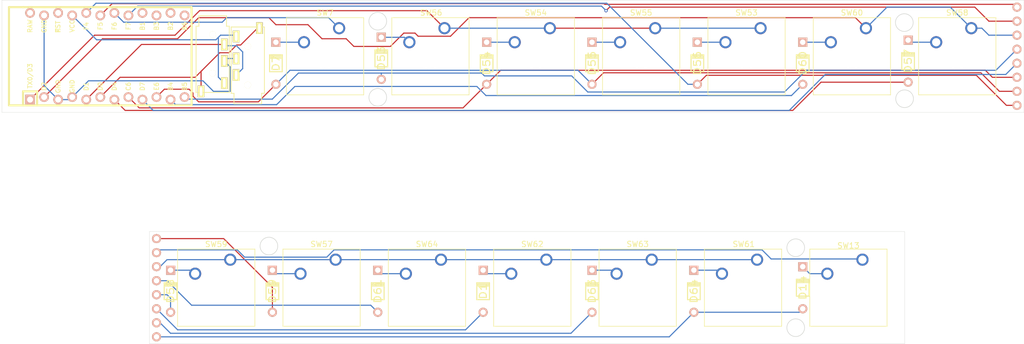
<source format=kicad_pcb>
(kicad_pcb (version 20221018) (generator pcbnew)
  (layers (0 "F.Cu" signal) (31 "B.Cu" signal) (34 "B.Paste" user) (35 "F.Paste" user) (36 "B.SilkS" user "B.Silkscreen") (37 "F.SilkS" user "F.Silkscreen") (38 "B.Mask" user) (39 "F.Mask" user) (44 "Edge.Cuts" user))
  (net 0 "")
  (net 1 "rowD")
  (net 2 "Net-(D1-A)")
  (net 3 "rowF")
  (net 4 "Net-(D7-A)")
  (net 5 "rowH")
  (net 6 "Net-(D14-A)")
  (net 7 "rowB")
  (net 8 "Net-(D53-A)")
  (net 9 "Net-(D54-A)")
  (net 10 "Net-(D55-A)")
  (net 11 "Net-(D56-A)")
  (net 12 "rowC")
  (net 13 "Net-(D57-A)")
  (net 14 "rowE")
  (net 15 "Net-(D58-A)")
  (net 16 "rowG")
  (net 17 "Net-(D59-A)")
  (net 18 "rowA")
  (net 19 "Net-(D60-A)")
  (net 20 "Net-(D61-A)")
  (net 21 "Net-(D63-A)")
  (net 22 "Net-(D64-A)")
  (net 23 "col6")
  (net 24 "col7")
  (net 25 "GND")
  (net 26 "SDA")
  (net 27 "SCL")
  (net 28 "col5")
  (net 29 "col4")
  (net 30 "col3")
  (net 31 "col2")
  (net 32 "col1")
  (net 33 "col0")
  (net 34 "VCC")
  (footprint "Library:ArduinoProMicro-ZigZag" (layer "F.Cu") (at 70.481474 79.375)
    (fp_text reference "U1" hide)
    (fp_text value "ProMicro" hide)
    (fp_text user "B3" (at 8.89 -5.461 90) (layer "F.SilkS") (effects (font (size 0.8 0.8))))
    (fp_text user "VCC" (at -6.35 -5.461 90) (layer "F.SilkS") (effects (font (size 0.8 0.8))))
    (fp_text user "B1" (at 6.35 -5.461 90) (layer "F.SilkS") (effects (font (size 0.8 0.8))))
    (fp_text user "C6" (at 3.81 5.461 90) (layer "F.SilkS") (effects (font (size 0.8 0.8))))
    (fp_text user "B5" (at 13.97 5.461 90) (layer "F.SilkS") (effects (font (size 0.8 0.8))))
    (fp_text user "GND" (at -11.43 -5.461 90) (layer "F.SilkS") (effects (font (size 0.8 0.8))))
    (fp_text user "D4" (at 1.27 5.461 90) (layer "F.SilkS") (effects (font (size 0.8 0.8))))
    (fp_text user "F5" (at -1.27 -5.461 90) (layer "F.SilkS") (effects (font (size 0.8 0.8))))
    (fp_text user "B2" (at 11.43 -5.461 90) (layer "F.SilkS") (effects (font (size 0.8 0.8))))
    (fp_text user "RAW" (at -13.97 -5.461 90) (layer "F.SilkS") (effects (font (size 0.8 0.8))))
    (fp_text user "B6" (at 13.97 -5.461 90) (layer "F.SilkS") (effects (font (size 0.8 0.8))))
    (fp_text user "E6" (at 8.89 5.461 90) (layer "F.SilkS") (effects (font (size 0.8 0.8))))
    (fp_text user "ST" (at -8.92 -5.73312 90) (layer "F.SilkS") (effects (font (size 0.8 0.8))))
    (fp_text user "D0" (at -1.27 5.461 90) (layer "F.SilkS") (effects (font (size 0.8 0.8))))
    (fp_text user "GND" (at -8.89 5.461 90) (layer "F.SilkS") (effects (font (size 0.8 0.8))))
    (fp_text user "B4" (at 11.43 5.461 90) (layer "F.SilkS") (effects (font (size 0.8 0.8))))
    (fp_text user "D1" (at -3.81 5.461 90) (layer "F.SilkS") (effects (font (size 0.8 0.8))))
    (fp_text user "TX0/D3" (at -13.97 3.571872 90) (layer "F.SilkS") (effects (font (size 0.8 0.8))))
    (fp_text user "F7" (at 3.81 -5.461 90) (layer "F.SilkS") (effects (font (size 0.8 0.8))))
    (fp_text user "F4" (at -3.81 -5.461 90) (layer "F.SilkS") (effects (font (size 0.8 0.8))))
    (fp_text user "D2" (at -11.43 5.461 90) (layer "F.SilkS") (effects (font (size 0.8 0.8))))
    (fp_text user "F6" (at 1.27 -5.461 90) (layer "F.SilkS") (effects (font (size 0.8 0.8))))
    (fp_text user "D7" (at 6.35 5.461 90) (layer "F.SilkS") (effects (font (size 0.8 0.8))))
    (fp_text user "GND" (at -6.35 5.461 90) (layer "F.SilkS") (effects (font (size 0.8 0.8))))
    (pad "1" thru_hole rect (at -13.97 7.8486) (size 1.7526 1.7526) (drill 1.0922) (layers "*.Cu" "*.SilkS" "*.Mask") (net 23 "col6"))
    (pad "2" thru_hole circle (at -11.43 7.3914) (size 1.7526 1.7526) (drill 1.0922) (layers "*.Cu" "*.SilkS" "*.Mask") (net 24 "col7"))
    (pad "3" thru_hole circle (at -8.89 7.8486) (size 1.7526 1.7526) (drill 1.0922) (layers "*.Cu" "*.SilkS" "*.Mask") (net 25 "GND"))
    (pad "4" thru_hole circle (at -6.35 7.3914) (size 1.7526 1.7526) (drill 1.0922) (layers "*.Cu" "*.SilkS" "*.Mask") (net 25 "GND"))
    (pad "5" thru_hole circle (at -3.81 7.8486) (size 1.7526 1.7526) (drill 1.0922) (layers "*.Cu" "*.SilkS" "*.Mask") (net 26 "SDA"))
    (pad "6" thru_hole circle (at -1.27 7.3914) (size 1.7526 1.7526) (drill 1.0922) (layers "*.Cu" "*.SilkS" "*.Mask") (net 27 "SCL"))
    (pad "7" thru_hole circle (at 1.27 7.8486) (size 1.7526 1.7526) (drill 1.0922) (layers "*.Cu" "*.SilkS" "*.Mask") (net 12 "rowC"))
    (pad "8" thru_hole circle (at 3.81 7.3914) (size 1.7526 1.7526) (drill 1.0922) (layers "*.Cu" "*.SilkS" "*.Mask") (net 1 "rowD"))
    (pad "9" thru_hole circle (at 6.35 7.8486) (size 1.7526 1.7526) (drill 1.0922) (layers "*.Cu" "*.SilkS" "*.Mask") (net 14 "rowE"))
    (pad "10" thru_hole circle (at 8.89 7.3914) (size 1.7526 1.7526) (drill 1.0922) (layers "*.Cu" "*.SilkS" "*.Mask") (net 3 "rowF"))
    (pad "11" thru_hole circle (at 11.43 7.8486) (size 1.7526 1.7526) (drill 1.0922) (layers "*.Cu" "*.SilkS" "*.Mask") (net 18 "rowA"))
    (pad "12" thru_hole circle (at 13.97 7.3914) (size 1.7526 1.7526) (drill 1.0922) (layers "*.Cu" "*.SilkS" "*.Mask") (net 7 "rowB"))
    (pad "13" thru_hole circle (at 13.97 -7.3914) (size 1.7526 1.7526) (drill 1.0922) (layers "*.Cu" "*.SilkS" "*.Mask") (net 28 "col5"))
    (pad "14" thru_hole circle (at 11.43 -7.8486) (size 1.7526 1.7526) (drill 1.0922) (layers "*.Cu" "*.SilkS" "*.Mask") (net 29 "col4"))
    (pad "15" thru_hole circle (at 8.89 -7.3914) (size 1.7526 1.7526) (drill 1.0922) (layers "*.Cu" "*.SilkS" "*.Mask") (net 30 "col3"))
    (pad "16" thru_hole circle (at 6.35 -7.8486) (size 1.7526 1.7526) (drill 1.0922) (layers "*.Cu" "*.SilkS" "*.Mask") (net 31 "col2"))
    (pad "17" thru_hole circle (at 3.81 -7.3914) (size 1.7526 1.7526) (drill 1.0922) (layers "*.Cu" "*.SilkS" "*.Mask") (net 32 "col1"))
    (pad "18" thru_hole circle (at 1.27 -7.8486) (size 1.7526 1.7526) (drill 1.0922) (layers "*.Cu" "*.SilkS" "*.Mask") (net 33 "col0"))
    (pad "19" thru_hole circle (at -1.27 -7.3914) (size 1.7526 1.7526) (drill 1.0922) (layers "*.Cu" "*.SilkS" "*.Mask") (net 16 "rowG"))
    (pad "20" thru_hole circle (at -3.81 -7.8486) (size 1.7526 1.7526) (drill 1.0922) (layers "*.Cu" "*.SilkS" "*.Mask") (net 5 "rowH"))
    (pad "21" thru_hole circle (at -6.35 -7.3914) (size 1.7526 1.7526) (drill 1.0922) (layers "*.Cu" "*.SilkS" "*.Mask") (net 34 "VCC"))
    (pad "22" thru_hole circle (at -8.89 -7.8486) (size 1.7526 1.7526) (drill 1.0922) (layers "*.Cu" "*.SilkS" "*.Mask"))
    (pad "23" thru_hole circle (at -11.43 -7.3914) (size 1.7526 1.7526) (drill 1.0922) (layers "*.Cu" "*.SilkS" "*.Mask") (net 25 "GND"))
    (pad "24" thru_hole circle (at -13.97 -7.8486) (size 1.7526 1.7526) (drill 1.0922) (layers "*.Cu" "*.SilkS" "*.Mask"))
  )
  (footprint "Button_Switch_Keyboard:SW_Cherry_MX_1.00u_PCB" (layer "F.Cu") (at 187.96 116.205)
    (fp_text reference "SW61" (at -2.413 -2.794) (layer "F.SilkS"))
    (fp_text value "KEYSW")
    (pad "" np_thru_hole circle (at -7.62 5.08) (size 1.7 1.7) (drill 1.7) (layers "*.Cu" "*.Mask"))
    (pad "" np_thru_hole circle (at -2.54 5.08) (size 4 4) (drill 4) (layers "*.Cu" "*.Mask"))
    (pad "" np_thru_hole circle (at 2.54 5.08) (size 1.7 1.7) (drill 1.7) (layers "*.Cu" "*.Mask"))
    (pad "1" thru_hole circle (at 0 0) (size 2.2 2.2) (drill 1.5) (layers "*.Cu" "*.Mask") (net 24 "col7"))
    (pad "2" thru_hole circle (at -6.35 2.54) (size 2.2 2.2) (drill 1.5) (layers "*.Cu" "*.Mask") (net 22 "Net-(D64-A)"))
  )
  (footprint "Library:Diode" (layer "F.Cu") (at 196.211474 80.645 90)
    (fp_text reference "D60" (at 0 0 90) (layer "F.SilkS") (effects (font (size 1.27 1.524) (thickness 0.2032))))
    (fp_text value "D_Small" hide)
    (pad "1" thru_hole circle (at -3.81 0 90) (size 1.651 1.651) (drill 0.9906) (layers "*.Cu" "*.SilkS" "*.Mask") (net 18 "rowA"))
    (pad "2" thru_hole rect (at 3.81 0 90) (size 1.651 1.651) (drill 0.9906) (layers "*.Cu" "*.SilkS" "*.Mask") (net 19 "Net-(D60-A)"))
  )
  (footprint "Library:Diode" (layer "F.Cu") (at 119.38 121.92 90)
    (fp_text reference "D61" (at 0 0 90) (layer "F.SilkS") (effects (font (size 1.27 1.524) (thickness 0.2032))))
    (fp_text value "D_Small" hide)
    (pad "1" thru_hole circle (at -3.81 0 90) (size 1.651 1.651) (drill 0.9906) (layers "*.Cu" "*.SilkS" "*.Mask") (net 7 "rowB"))
    (pad "2" thru_hole rect (at 3.81 0 90) (size 1.651 1.651) (drill 0.9906) (layers "*.Cu" "*.SilkS" "*.Mask") (net 20 "Net-(D61-A)"))
  )
  (footprint "Library:Diode" (layer "F.Cu") (at 138.43 121.92 90)
    (fp_text reference "D1" (at 0 0 90) (layer "F.SilkS") (effects (font (size 1.27 1.524) (thickness 0.2032))))
    (fp_text value "D_Small" hide)
    (pad "1" thru_hole circle (at -3.81 0 90) (size 1.651 1.651) (drill 0.9906) (layers "*.Cu" "*.SilkS" "*.Mask") (net 1 "rowD"))
    (pad "2" thru_hole rect (at 3.81 0 90) (size 1.651 1.651) (drill 0.9906) (layers "*.Cu" "*.SilkS" "*.Mask") (net 2 "Net-(D1-A)"))
  )
  (footprint "" (layer "F.Cu") (at 79.375 125.095)
    (fp_text reference "" (at 0 0) (layer "F.SilkS") (effects (font (size 1.27 1.27))))
    (fp_text value "" (at 0 0) (layer "F.SilkS") (effects (font (size 1.27 1.27))))
    (pad "1" thru_hole circle (at 0 0 90) (size 1.651 1.651) (drill 0.9906) (layers "*.Cu" "*.SilkS" "*.Mask") (net 1 "rowD"))
  )
  (footprint "Library:Diode" (layer "F.Cu") (at 81.915 121.92 90)
    (fp_text reference "D58" (at 0 0 90) (layer "F.SilkS") (effects (font (size 1.27 1.524) (thickness 0.2032))))
    (fp_text value "D_Small" hide)
    (pad "1" thru_hole circle (at -3.81 0 90) (size 1.651 1.651) (drill 0.9906) (layers "*.Cu" "*.SilkS" "*.Mask") (net 14 "rowE"))
    (pad "2" thru_hole rect (at 3.81 0 90) (size 1.651 1.651) (drill 0.9906) (layers "*.Cu" "*.SilkS" "*.Mask") (net 15 "Net-(D58-A)"))
  )
  (footprint "Button_Switch_Keyboard:SW_Cherry_MX_1.00u_PCB" (layer "F.Cu") (at 131.441474 74.295)
    (fp_text reference "SW56" (at -2.413 -2.794) (layer "F.SilkS"))
    (fp_text value "KEYSW")
    (pad "" np_thru_hole circle (at -7.62 5.08) (size 1.7 1.7) (drill 1.7) (layers "*.Cu" "*.Mask"))
    (pad "" np_thru_hole circle (at -2.54 5.08) (size 4 4) (drill 4) (layers "*.Cu" "*.Mask"))
    (pad "" np_thru_hole circle (at 2.54 5.08) (size 1.7 1.7) (drill 1.7) (layers "*.Cu" "*.Mask"))
    (pad "1" thru_hole circle (at 0 0) (size 2.2 2.2) (drill 1.5) (layers "*.Cu" "*.Mask") (net 23 "col6"))
    (pad "2" thru_hole circle (at -6.35 2.54) (size 2.2 2.2) (drill 1.5) (layers "*.Cu" "*.Mask") (net 8 "Net-(D53-A)"))
  )
  (footprint "Button_Switch_Keyboard:SW_Cherry_MX_1.00u_PCB" (layer "F.Cu") (at 150.491474 74.295)
    (fp_text reference "SW54" (at -2.54 -2.794) (layer "F.SilkS"))
    (fp_text value "KEYSW")
    (pad "" np_thru_hole circle (at -7.62 5.08) (size 1.7 1.7) (drill 1.7) (layers "*.Cu" "*.Mask"))
    (pad "" np_thru_hole circle (at -2.54 5.08) (size 4 4) (drill 4) (layers "*.Cu" "*.Mask"))
    (pad "" np_thru_hole circle (at 2.54 5.08) (size 1.7 1.7) (drill 1.7) (layers "*.Cu" "*.Mask"))
    (pad "1" thru_hole circle (at 0 0) (size 2.2 2.2) (drill 1.5) (layers "*.Cu" "*.Mask") (net 23 "col6"))
    (pad "2" thru_hole circle (at -6.35 2.54) (size 2.2 2.2) (drill 1.5) (layers "*.Cu" "*.Mask") (net 9 "Net-(D54-A)"))
  )
  (footprint "Button_Switch_Keyboard:SW_Cherry_MX_1.00u_PCB" (layer "F.Cu") (at 92.71 116.205)
    (fp_text reference "SW59" (at -2.54 -2.794) (layer "F.SilkS"))
    (fp_text value "KEYSW")
    (pad "" np_thru_hole circle (at -7.62 5.08) (size 1.7 1.7) (drill 1.7) (layers "*.Cu" "*.Mask"))
    (pad "" np_thru_hole circle (at -2.54 5.08) (size 4 4) (drill 4) (layers "*.Cu" "*.Mask"))
    (pad "" np_thru_hole circle (at 2.54 5.08) (size 1.7 1.7) (drill 1.7) (layers "*.Cu" "*.Mask"))
    (pad "1" thru_hole circle (at 0 0) (size 2.2 2.2) (drill 1.5) (layers "*.Cu" "*.Mask") (net 24 "col7"))
    (pad "2" thru_hole circle (at -6.35 2.54) (size 2.2 2.2) (drill 1.5) (layers "*.Cu" "*.Mask") (net 15 "Net-(D58-A)"))
  )
  (footprint "Library:Diode" (layer "F.Cu") (at 176.53 121.92 90)
    (fp_text reference "D64" (at 0 0 90) (layer "F.SilkS") (effects (font (size 1.27 1.524) (thickness 0.2032))))
    (fp_text value "D_Small" hide)
    (pad "1" thru_hole circle (at -3.81 0 90) (size 1.651 1.651) (drill 0.9906) (layers "*.Cu" "*.SilkS" "*.Mask") (net 5 "rowH"))
    (pad "2" thru_hole rect (at 3.81 0 90) (size 1.651 1.651) (drill 0.9906) (layers "*.Cu" "*.SilkS" "*.Mask") (net 22 "Net-(D64-A)"))
  )
  (footprint "" (layer "F.Cu") (at 79.375 127.635)
    (fp_text reference "" (at 0 0) (layer "F.SilkS") (effects (font (size 1.27 1.27))))
    (fp_text value "" (at 0 0) (layer "F.SilkS") (effects (font (size 1.27 1.27))))
    (pad "1" thru_hole circle (at 0 0 90) (size 1.651 1.651) (drill 0.9906) (layers "*.Cu" "*.SilkS" "*.Mask") (net 3 "rowF"))
  )
  (footprint "" (layer "F.Cu") (at 79.375 130.175)
    (fp_text reference "" (at 0 0) (layer "F.SilkS") (effects (font (size 1.27 1.27))))
    (fp_text value "" (at 0 0) (layer "F.SilkS") (effects (font (size 1.27 1.27))))
    (pad "1" thru_hole circle (at 0 0 90) (size 1.651 1.651) (drill 0.9906) (layers "*.Cu" "*.SilkS" "*.Mask") (net 5 "rowH"))
  )
  (footprint "Library:Diode" (layer "F.Cu") (at 196.215 121.285 90)
    (fp_text reference "D14" (at 0 0 90) (layer "F.SilkS") (effects (font (size 1.27 1.524) (thickness 0.2032))))
    (fp_text value "D_Small" hide)
    (pad "1" thru_hole circle (at -3.81 0 90) (size 1.651 1.651) (drill 0.9906) (layers "*.Cu" "*.SilkS" "*.Mask") (net 5 "rowH"))
    (pad "2" thru_hole rect (at 3.81 0 90) (size 1.651 1.651) (drill 0.9906) (layers "*.Cu" "*.SilkS" "*.Mask") (net 6 "Net-(D14-A)"))
  )
  (footprint "" (layer "F.Cu") (at 234.946474 85.725)
    (fp_text reference "" (at 0 0) (layer "F.SilkS") (effects (font (size 1.27 1.27))))
    (fp_text value "" (at 0 0) (layer "F.SilkS") (effects (font (size 1.27 1.27))))
    (pad "1" thru_hole circle (at 0 0 90) (size 1.651 1.651) (drill 0.9906) (layers "*.Cu" "*.SilkS" "*.Mask") (net 3 "rowF"))
  )
  (footprint "Library:TRRS" (layer "F.Cu") (at 95.881474 86.0825 180)
    (fp_text reference "J2" hide)
    (fp_text value "4PIN" hide)
    (pad "" np_thru_hole circle (at 0 1.5 180) (size 1.2 1.2) (drill 1.2) (layers "*.Cu" "*.Mask" "F.SilkS"))
    (pad "" np_thru_hole circle (at 0 8.5 180) (size 1.2 1.2) (drill 1.2) (layers "*.Cu" "*.Mask" "F.SilkS"))
    (pad "1" thru_hole rect (at 2.1 10.3 180) (size 1.2 2.1) (drill oval 0.5 1.6) (layers "*.Cu" "*.Mask" "F.SilkS") (net 34 "VCC") (clearance 0.15))
    (pad "2" thru_hole rect (at 2.1 6.3 180) (size 1.2 2.1) (drill oval 0.5 1.6) (layers "*.Cu" "*.Mask" "F.SilkS") (net 25 "GND") (clearance 0.15))
    (pad "3" thru_hole rect (at 2.1 3.3 180) (size 1.2 2.1) (drill oval 0.5 1.6) (layers "*.Cu" "*.Mask" "F.SilkS") (net 26 "SDA") (clearance 0.15))
    (pad "4" thru_hole rect (at -2.1 11.8 180) (size 1.2 2.1) (drill oval 0.5 1.6) (layers "*.Cu" "*.Mask" "F.SilkS") (net 27 "SCL") (clearance 0.15))
  )
  (footprint "Button_Switch_Keyboard:SW_Cherry_MX_1.00u_PCB" (layer "F.Cu") (at 207.641474 74.295)
    (fp_text reference "SW60" (at -2.54 -2.794) (layer "F.SilkS"))
    (fp_text value "KEYSW")
    (pad "" np_thru_hole circle (at -7.62 5.08) (size 1.7 1.7) (drill 1.7) (layers "*.Cu" "*.Mask"))
    (pad "" np_thru_hole circle (at -2.54 5.08) (size 4 4) (drill 4) (layers "*.Cu" "*.Mask"))
    (pad "" np_thru_hole circle (at 2.54 5.08) (size 1.7 1.7) (drill 1.7) (layers "*.Cu" "*.Mask"))
    (pad "1" thru_hole circle (at 0 0) (size 2.2 2.2) (drill 1.5) (layers "*.Cu" "*.Mask") (net 24 "col7"))
    (pad "2" thru_hole circle (at -6.35 2.54) (size 2.2 2.2) (drill 1.5) (layers "*.Cu" "*.Mask") (net 19 "Net-(D60-A)"))
  )
  (footprint "" (layer "F.Cu") (at 79.375 117.475)
    (fp_text reference "" (at 0 0) (layer "F.SilkS") (effects (font (size 1.27 1.27))))
    (fp_text value "" (at 0 0) (layer "F.SilkS") (effects (font (size 1.27 1.27))))
    (pad "1" thru_hole circle (at 0 0 90) (size 1.651 1.651) (drill 0.9906) (layers "*.Cu" "*.SilkS" "*.Mask") (net 24 "col7"))
  )
  (footprint "Button_Switch_Keyboard:SW_Cherry_MX_1.00u_PCB" (layer "F.Cu") (at 188.591474 74.295)
    (fp_text reference "SW53" (at -2.54 -2.794) (layer "F.SilkS"))
    (fp_text value "KEYSW")
    (pad "" np_thru_hole circle (at -7.62 5.08) (size 1.7 1.7) (drill 1.7) (layers "*.Cu" "*.Mask"))
    (pad "" np_thru_hole circle (at -2.54 5.08) (size 4 4) (drill 4) (layers "*.Cu" "*.Mask"))
    (pad "" np_thru_hole circle (at 2.54 5.08) (size 1.7 1.7) (drill 1.7) (layers "*.Cu" "*.Mask"))
    (pad "1" thru_hole circle (at 0 0) (size 2.2 2.2) (drill 1.5) (layers "*.Cu" "*.Mask") (net 23 "col6"))
    (pad "2" thru_hole circle (at -6.35 2.54) (size 2.2 2.2) (drill 1.5) (layers "*.Cu" "*.Mask") (net 11 "Net-(D56-A)"))
  )
  (footprint "" (layer "F.Cu") (at 234.946474 70.485)
    (fp_text reference "" (at 0 0) (layer "F.SilkS") (effects (font (size 1.27 1.27))))
    (fp_text value "" (at 0 0) (layer "F.SilkS") (effects (font (size 1.27 1.27))))
    (pad "1" thru_hole circle (at 0 0 90) (size 1.651 1.651) (drill 0.9906) (layers "*.Cu" "*.SilkS" "*.Mask") (net 16 "rowG"))
  )
  (footprint "" (layer "F.Cu") (at 79.375 112.395)
    (fp_text reference "" (at 0 0) (layer "F.SilkS") (effects (font (size 1.27 1.27))))
    (fp_text value "" (at 0 0) (layer "F.SilkS") (effects (font (size 1.27 1.27))))
    (pad "1" thru_hole circle (at 0 0 90) (size 1.651 1.651) (drill 0.9906) (layers "*.Cu" "*.SilkS" "*.Mask") (net 16 "rowG"))
  )
  (footprint "Button_Switch_Keyboard:SW_Cherry_MX_1.00u_PCB" (layer "F.Cu") (at 207.01 116.205)
    (fp_text reference "SW13" (at -2.54 -2.54) (layer "F.SilkS"))
    (fp_text value "KEYSW")
    (pad "" np_thru_hole circle (at -7.62 5.08) (size 1.7 1.7) (drill 1.7) (layers "*.Cu" "*.Mask"))
    (pad "" np_thru_hole circle (at -2.54 5.08) (size 4 4) (drill 4) (layers "*.Cu" "*.Mask"))
    (pad "" np_thru_hole circle (at 2.54 5.08) (size 1.7 1.7) (drill 1.7) (layers "*.Cu" "*.Mask"))
    (pad "1" thru_hole circle (at 0 0) (size 2.2 2.2) (drill 1.5) (layers "*.Cu" "*.Mask") (net 32 "col1"))
    (pad "2" thru_hole circle (at -6.35 2.54) (size 2.2 2.2) (drill 1.5) (layers "*.Cu" "*.Mask") (net 6 "Net-(D14-A)"))
  )
  (footprint "Library:Diode" (layer "F.Cu") (at 158.111474 80.645 90)
    (fp_text reference "D55" (at 0 0 90) (layer "F.SilkS") (effects (font (size 1.27 1.524) (thickness 0.2032))))
    (fp_text value "D_Small" hide)
    (pad "1" thru_hole circle (at -3.81 0 90) (size 1.651 1.651) (drill 0.9906) (layers "*.Cu" "*.SilkS" "*.Mask") (net 3 "rowF"))
    (pad "2" thru_hole rect (at 3.81 0 90) (size 1.651 1.651) (drill 0.9906) (layers "*.Cu" "*.SilkS" "*.Mask") (net 10 "Net-(D55-A)"))
  )
  (footprint "Button_Switch_Keyboard:SW_Cherry_MX_1.00u_PCB" (layer "F.Cu") (at 226.691474 74.295)
    (fp_text reference "SW58" (at -2.54 -2.794) (layer "F.SilkS"))
    (fp_text value "KEYSW")
    (pad "" np_thru_hole circle (at -7.62 5.08) (size 1.7 1.7) (drill 1.7) (layers "*.Cu" "*.Mask"))
    (pad "" np_thru_hole circle (at -2.54 5.08) (size 4 4) (drill 4) (layers "*.Cu" "*.Mask"))
    (pad "" np_thru_hole circle (at 2.54 5.08) (size 1.7 1.7) (drill 1.7) (layers "*.Cu" "*.Mask"))
    (pad "1" thru_hole circle (at 0 0) (size 2.2 2.2) (drill 1.5) (layers "*.Cu" "*.Mask") (net 24 "col7"))
    (pad "2" thru_hole circle (at -6.35 2.54) (size 2.2 2.2) (drill 1.5) (layers "*.Cu" "*.Mask") (net 13 "Net-(D57-A)"))
  )
  (footprint "Library:Diode" (layer "F.Cu") (at 120.015 79.756 90)
    (fp_text reference "D53" (at 0 0 90) (layer "F.SilkS") (effects (font (size 1.27 1.524) (thickness 0.2032))))
    (fp_text value "D_Small" hide)
    (pad "1" thru_hole circle (at -3.81 0 90) (size 1.651 1.651) (drill 0.9906) (layers "*.Cu" "*.SilkS" "*.Mask") (net 7 "rowB"))
    (pad "2" thru_hole rect (at 3.81 0 90) (size 1.651 1.651) (drill 0.9906) (layers "*.Cu" "*.SilkS" "*.Mask") (net 8 "Net-(D53-A)"))
  )
  (footprint "Library:TRRS" (layer "F.Cu") (at 89.531474 73.9375)
    (fp_text reference "J2" hide)
    (fp_text value "4PIN" hide)
    (pad "" np_thru_hole circle (at 0 1.5) (size 1.2 1.2) (drill 1.2) (layers "*.Cu" "*.Mask" "F.SilkS"))
    (pad "" np_thru_hole circle (at 0 8.5) (size 1.2 1.2) (drill 1.2) (layers "*.Cu" "*.Mask" "F.SilkS"))
    (pad "1" thru_hole rect (at 2.1 10.3) (size 1.2 2.1) (drill oval 0.5 1.6) (layers "*.Cu" "*.Mask" "F.SilkS") (net 34 "VCC") (clearance 0.15))
    (pad "2" thru_hole rect (at 2.1 6.3) (size 1.2 2.1) (drill oval 0.5 1.6) (layers "*.Cu" "*.Mask" "F.SilkS") (net 25 "GND") (clearance 0.15))
    (pad "3" thru_hole rect (at 2.1 3.3) (size 1.2 2.1) (drill oval 0.5 1.6) (layers "*.Cu" "*.Mask" "F.SilkS") (net 26 "SDA") (clearance 0.15))
    (pad "4" thru_hole rect (at -2.1 11.8) (size 1.2 2.1) (drill oval 0.5 1.6) (layers "*.Cu" "*.Mask" "F.SilkS") (net 27 "SCL") (clearance 0.15))
  )
  (footprint "" (layer "F.Cu") (at 234.946474 73.025)
    (fp_text reference "" (at 0 0) (layer "F.SilkS") (effects (font (size 1.27 1.27))))
    (fp_text value "" (at 0 0) (layer "F.SilkS") (effects (font (size 1.27 1.27))))
    (pad "1" thru_hole circle (at 0 0 90) (size 1.651 1.651) (drill 0.9906) (layers "*.Cu" "*.SilkS" "*.Mask") (net 32 "col1"))
  )
  (footprint "" (layer "F.Cu") (at 234.946474 78.105)
    (fp_text reference "" (at 0 0) (layer "F.SilkS") (effects (font (size 1.27 1.27))))
    (fp_text value "" (at 0 0) (layer "F.SilkS") (effects (font (size 1.27 1.27))))
    (pad "1" thru_hole circle (at 0 0 90) (size 1.651 1.651) (drill 0.9906) (layers "*.Cu" "*.SilkS" "*.Mask") (net 7 "rowB"))
  )
  (footprint "Library:Diode" (layer "F.Cu") (at 177.161474 80.645 90)
    (fp_text reference "D56" (at 0 0 90) (layer "F.SilkS") (effects (font (size 1.27 1.524) (thickness 0.2032))))
    (fp_text value "D_Small" hide)
    (pad "1" thru_hole circle (at -3.81 0 90) (size 1.651 1.651) (drill 0.9906) (layers "*.Cu" "*.SilkS" "*.Mask") (net 5 "rowH"))
    (pad "2" thru_hole rect (at 3.81 0 90) (size 1.651 1.651) (drill 0.9906) (layers "*.Cu" "*.SilkS" "*.Mask") (net 11 "Net-(D56-A)"))
  )
  (footprint "" (layer "F.Cu") (at 79.375 120.015)
    (fp_text reference "" (at 0 0) (layer "F.SilkS") (effects (font (size 1.27 1.27))))
    (fp_text value "" (at 0 0) (layer "F.SilkS") (effects (font (size 1.27 1.27))))
    (pad "1" thru_hole circle (at 0 0 90) (size 1.651 1.651) (drill 0.9906) (layers "*.Cu" "*.SilkS" "*.Mask") (net 7 "rowB"))
  )
  (footprint "Button_Switch_Keyboard:SW_Cherry_MX_1.00u_PCB" (layer "F.Cu") (at 112.391474 74.295)
    (fp_text reference "SW7" (at -2.54 -2.794) (layer "F.SilkS"))
    (fp_text value "KEYSW")
    (pad "" np_thru_hole circle (at -7.62 5.08) (size 1.7 1.7) (drill 1.7) (layers "*.Cu" "*.Mask"))
    (pad "" np_thru_hole circle (at -2.54 5.08) (size 4 4) (drill 4) (layers "*.Cu" "*.Mask"))
    (pad "" np_thru_hole circle (at 2.54 5.08) (size 1.7 1.7) (drill 1.7) (layers "*.Cu" "*.Mask"))
    (pad "1" thru_hole circle (at 0 0) (size 2.2 2.2) (drill 1.5) (layers "*.Cu" "*.Mask") (net 33 "col0"))
    (pad "2" thru_hole circle (at -6.35 2.54) (size 2.2 2.2) (drill 1.5) (layers "*.Cu" "*.Mask") (net 4 "Net-(D7-A)"))
  )
  (footprint "Library:Diode" (layer "F.Cu") (at 139.061474 80.645 90)
    (fp_text reference "D54" (at 0 0 90) (layer "F.SilkS") (effects (font (size 1.27 1.524) (thickness 0.2032))))
    (fp_text value "D_Small" hide)
    (pad "1" thru_hole circle (at -3.81 0 90) (size 1.651 1.651) (drill 0.9906) (layers "*.Cu" "*.SilkS" "*.Mask") (net 1 "rowD"))
    (pad "2" thru_hole rect (at 3.81 0 90) (size 1.651 1.651) (drill 0.9906) (layers "*.Cu" "*.SilkS" "*.Mask") (net 9 "Net-(D54-A)"))
  )
  (footprint "" (layer "F.Cu") (at 234.946474 80.645)
    (fp_text reference "" (at 0 0) (layer "F.SilkS") (effects (font (size 1.27 1.27))))
    (fp_text value "" (at 0 0) (layer "F.SilkS") (effects (font (size 1.27 1.27))))
    (pad "1" thru_hole circle (at 0 0 90) (size 1.651 1.651) (drill 0.9906) (layers "*.Cu" "*.SilkS" "*.Mask") (net 14 "rowE"))
  )
  (footprint "Library:Diode" (layer "F.Cu") (at 100.33 121.92 90)
    (fp_text reference "D59" (at 0 0 90) (layer "F.SilkS") (effects (font (size 1.27 1.524) (thickness 0.2032))))
    (fp_text value "D_Small" hide)
    (pad "1" thru_hole circle (at -3.81 0 90) (size 1.651 1.651) (drill 0.9906) (layers "*.Cu" "*.SilkS" "*.Mask") (net 16 "rowG"))
    (pad "2" thru_hole rect (at 3.81 0 90) (size 1.651 1.651) (drill 0.9906) (layers "*.Cu" "*.SilkS" "*.Mask") (net 17 "Net-(D59-A)"))
  )
  (footprint "" (layer "F.Cu") (at 79.375 114.935)
    (fp_text reference "" (at 0 0) (layer "F.SilkS") (effects (font (size 1.27 1.27))))
    (fp_text value "" (at 0 0) (layer "F.SilkS") (effects (font (size 1.27 1.27))))
    (pad "1" thru_hole circle (at 0 0 90) (size 1.651 1.651) (drill 0.9906) (layers "*.Cu" "*.SilkS" "*.Mask") (net 32 "col1"))
  )
  (footprint "Button_Switch_Keyboard:SW_Cherry_MX_1.00u_PCB" (layer "F.Cu") (at 169.541474 74.295)
    (fp_text reference "SW55" (at -2.54 -2.794) (layer "F.SilkS"))
    (fp_text value "KEYSW")
    (pad "" np_thru_hole circle (at -7.62 5.08) (size 1.7 1.7) (drill 1.7) (layers "*.Cu" "*.Mask"))
    (pad "" np_thru_hole circle (at -2.54 5.08) (size 4 4) (drill 4) (layers "*.Cu" "*.Mask"))
    (pad "" np_thru_hole circle (at 2.54 5.08) (size 1.7 1.7) (drill 1.7) (layers "*.Cu" "*.Mask"))
    (pad "1" thru_hole circle (at 0 0) (size 2.2 2.2) (drill 1.5) (layers "*.Cu" "*.Mask") (net 23 "col6"))
    (pad "2" thru_hole circle (at -6.35 2.54) (size 2.2 2.2) (drill 1.5) (layers "*.Cu" "*.Mask") (net 10 "Net-(D55-A)"))
  )
  (footprint "" (layer "F.Cu") (at 234.946474 83.185)
    (fp_text reference "" (at 0 0) (layer "F.SilkS") (effects (font (size 1.27 1.27))))
    (fp_text value "" (at 0 0) (layer "F.SilkS") (effects (font (size 1.27 1.27))))
    (pad "1" thru_hole circle (at 0 0 90) (size 1.651 1.651) (drill 0.9906) (layers "*.Cu" "*.SilkS" "*.Mask") (net 1 "rowD"))
  )
  (footprint "Button_Switch_Keyboard:SW_Cherry_MX_1.00u_PCB" (layer "F.Cu") (at 149.86 116.205)
    (fp_text reference "SW62" (at -2.54 -2.794) (layer "F.SilkS"))
    (fp_text value "KEYSW")
    (pad "" np_thru_hole circle (at -7.62 5.08) (size 1.7 1.7) (drill 1.7) (layers "*.Cu" "*.Mask"))
    (pad "" np_thru_hole circle (at -2.54 5.08) (size 4 4) (drill 4) (layers "*.Cu" "*.Mask"))
    (pad "" np_thru_hole circle (at 2.54 5.08) (size 1.7 1.7) (drill 1.7) (layers "*.Cu" "*.Mask"))
    (pad "1" thru_hole circle (at 0 0) (size 2.2 2.2) (drill 1.5) (layers "*.Cu" "*.Mask") (net 24 "col7"))
    (pad "2" thru_hole circle (at -6.35 2.54) (size 2.2 2.2) (drill 1.5) (layers "*.Cu" "*.Mask") (net 2 "Net-(D1-A)"))
  )
  (footprint "Library:Diode" (layer "F.Cu") (at 158.115 121.92 90)
    (fp_text reference "D63" (at 0 0 90) (layer "F.SilkS") (effects (font (size 1.27 1.524) (thickness 0.2032))))
    (fp_text value "D_Small" hide)
    (pad "1" thru_hole circle (at -3.81 0 90) (size 1.651 1.651) (drill 0.9906) (layers "*.Cu" "*.SilkS" "*.Mask") (net 3 "rowF"))
    (pad "2" thru_hole rect (at 3.81 0 90) (size 1.651 1.651) (drill 0.9906) (layers "*.Cu" "*.SilkS" "*.Mask") (net 21 "Net-(D63-A)"))
  )
  (footprint "" (layer "F.Cu") (at 79.375 122.555)
    (fp_text reference "" (at 0 0) (layer "F.SilkS") (effects (font (size 1.27 1.27))))
    (fp_text value "" (at 0 0) (layer "F.SilkS") (effects (font (size 1.27 1.27))))
    (pad "1" thru_hole circle (at 0 0 90) (size 1.651 1.651) (drill 0.9906) (layers "*.Cu" "*.SilkS" "*.Mask") (net 14 "rowE"))
  )
  (footprint "Library:Diode" (layer "F.Cu") (at 100.961474 80.645 90)
    (fp_text reference "D7" (at 0 0 90) (layer "F.SilkS") (effects (font (size 1.27 1.524) (thickness 0.2032))))
    (fp_text value "D_Small" hide)
    (pad "1" thru_hole circle (at -3.81 0 90) (size 1.651 1.651) (drill 0.9906) (layers "*.Cu" "*.SilkS" "*.Mask") (net 3 "rowF"))
    (pad "2" thru_hole rect (at 3.81 0 90) (size 1.651 1.651) (drill 0.9906) (layers "*.Cu" "*.SilkS" "*.Mask") (net 4 "Net-(D7-A)"))
  )
  (footprint "Button_Switch_Keyboard:SW_Cherry_MX_1.00u_PCB" (layer "F.Cu") (at 111.76 116.205)
    (fp_text reference "SW57" (at -2.54 -2.794) (layer "F.SilkS"))
    (fp_text value "KEYSW")
    (pad "" np_thru_hole circle (at -7.62 5.08) (size 1.7 1.7) (drill 1.7) (layers "*.Cu" "*.Mask"))
    (pad "" np_thru_hole circle (at -2.54 5.08) (size 4 4) (drill 4) (layers "*.Cu" "*.Mask"))
    (pad "" np_thru_hole circle (at 2.54 5.08) (size 1.7 1.7) (drill 1.7) (layers "*.Cu" "*.Mask"))
    (pad "1" thru_hole circle (at 0 0) (size 2.2 2.2) (drill 1.5) (layers "*.Cu" "*.Mask") (net 24 "col7"))
    (pad "2" thru_hole circle (at -6.35 2.54) (size 2.2 2.2) (drill 1.5) (layers "*.Cu" "*.Mask") (net 17 "Net-(D59-A)"))
  )
  (footprint "" (layer "F.Cu") (at 234.946474 88.265)
    (fp_text reference "" (at 0 0) (layer "F.SilkS") (effects (font (size 1.27 1.27))))
    (fp_text value "" (at 0 0) (layer "F.SilkS") (effects (font (size 1.27 1.27))))
    (pad "1" thru_hole circle (at 0 0 90) (size 1.651 1.651) (drill 0.9906) (layers "*.Cu" "*.SilkS" "*.Mask") (net 5 "rowH"))
  )
  (footprint "Library:Diode" (layer "F.Cu") (at 215.261474 80.264 90)
    (fp_text reference "D57" (at 0 0 90) (layer "F.SilkS") (effects (font (size 1.27 1.524) (thickness 0.2032))))
    (fp_text value "D_Small" hide)
    (pad "1" thru_hole circle (at -3.81 0 90) (size 1.651 1.651) (drill 0.9906) (layers "*.Cu" "*.SilkS" "*.Mask") (net 12 "rowC"))
    (pad "2" thru_hole rect (at 3.81 0 90) (size 1.651 1.651) (drill 0.9906) (layers "*.Cu" "*.SilkS" "*.Mask") (net 13 "Net-(D57-A)"))
  )
  (footprint "Button_Switch_Keyboard:SW_Cherry_MX_1.00u_PCB" (layer "F.Cu") (at 168.91 116.205)
    (fp_text reference "SW63" (at -2.54 -2.794) (layer "F.SilkS"))
    (fp_text value "KEYSW")
    (pad "" np_thru_hole circle (at -7.62 5.08) (size 1.7 1.7) (drill 1.7) (layers "*.Cu" "*.Mask"))
    (pad "" np_thru_hole circle (at -2.54 5.08) (size 4 4) (drill 4) (layers "*.Cu" "*.Mask"))
    (pad "" np_thru_hole circle (at 2.54 5.08) (size 1.7 1.7) (drill 1.7) (layers "*.Cu" "*.Mask"))
    (pad "1" thru_hole circle (at 0 0) (size 2.2 2.2) (drill 1.5) (layers "*.Cu" "*.Mask") (net 24 "col7"))
    (pad "2" thru_hole circle (at -6.35 2.54) (size 2.2 2.2) (drill 1.5) (layers "*.Cu" "*.Mask") (net 21 "Net-(D63-A)"))
  )
  (footprint "Button_Switch_Keyboard:SW_Cherry_MX_1.00u_PCB" (layer "F.Cu") (at 130.81 116.205)
    (fp_text reference "SW64" (at -2.54 -2.794) (layer "F.SilkS"))
    (fp_text value "KEYSW")
    (pad "" np_thru_hole circle (at -7.62 5.08) (size 1.7 1.7) (drill 1.7) (layers "*.Cu" "*.Mask"))
    (pad "" np_thru_hole circle (at -2.54 5.08) (size 4 4) (drill 4) (layers "*.Cu" "*.Mask"))
    (pad "" np_thru_hole circle (at 2.54 5.08) (size 1.7 1.7) (drill 1.7) (layers "*.Cu" "*.Mask"))
    (pad "1" thru_hole circle (at 0 0) (size 2.2 2.2) (drill 1.5) (layers "*.Cu" "*.Mask") (net 24 "col7"))
    (pad "2" thru_hole circle (at -6.35 2.54) (size 2.2 2.2) (drill 1.5) (layers "*.Cu" "*.Mask") (net 20 "Net-(D61-A)"))
  )
  (footprint "" (layer "F.Cu") (at 234.946474 75.565)
    (fp_text reference "" (at 0 0) (layer "F.SilkS") (effects (font (size 1.27 1.27))))
    (fp_text value "" (at 0 0) (layer "F.SilkS") (effects (font (size 1.27 1.27))))
    (pad "1" thru_hole circle (at 0 0 90) (size 1.651 1.651) (drill 0.9906) (layers "*.Cu" "*.SilkS" "*.Mask") (net 24 "col7"))
  )
  (gr_circle (center 214.63 87.071) (end 216.23 87.071) (stroke (width 0.1)) (fill none) (layer "Edge.Cuts"))
  (gr_line (start 214.63 111.125) (end 214.63 131.445) (stroke (width 0.05)) (layer "Edge.Cuts"))
  (gr_line (start 236.216474 89.535) (end 236.216474 69.215) (stroke (width 0.05)) (layer "Edge.Cuts"))
  (gr_line (start 51.431474 89.535) (end 236.216474 89.535) (stroke (width 0.05)) (layer "Edge.Cuts"))
  (gr_circle (center 214.579 73.279) (end 216.179 73.279) (stroke (width 0.1)) (fill none) (layer "Edge.Cuts"))
  (gr_circle (center 119.38 73.025) (end 120.98 73.025) (stroke (width 0.1)) (fill none) (layer "Edge.Cuts"))
  (gr_line (start 78.105 111.125) (end 214.63 111.125) (stroke (width 0.05)) (layer "Edge.Cuts"))
  (gr_circle (center 194.945 114.046) (end 196.545 114.046) (stroke (width 0.1)) (fill none) (layer "Edge.Cuts"))
  (gr_line (start 214.63 131.445) (end 78.105 131.445) (stroke (width 0.05)) (layer "Edge.Cuts"))
  (gr_line (start 236.216474 69.215) (end 51.431474 69.215) (stroke (width 0.05)) (layer "Edge.Cuts"))
  (gr_circle (center 194.945 128.524) (end 196.545 128.524) (stroke (width 0.1)) (fill none) (layer "Edge.Cuts"))
  (gr_circle (center 99.695 113.741) (end 101.295 113.741) (stroke (width 0.1)) (fill none) (layer "Edge.Cuts"))
  (gr_circle (center 119.38 86.817) (end 120.98 86.817) (stroke (width 0.1)) (fill none) (layer "Edge.Cuts"))
  (gr_line (start 78.105 111.125) (end 78.105 131.445) (stroke (width 0.05)) (layer "Edge.Cuts"))
  (gr_line (start 51.431474 69.215) (end 51.431474 89.535) (stroke (width 0.05)) (layer "Edge.Cuts"))
  (segment (start 229.231474 81.915) (end 230.501474 83.185) (width 0.2) (layer "F.Cu") (net 1))
  (segment (start 74.291474 86.7664) (end 76.252074 88.727) (width 0.2) (layer "F.Cu") (net 1))
  (segment (start 230.501474 83.185) (end 234.946474 83.185) (width 0.2) (layer "F.Cu") (net 1))
  (segment (start 76.252074 88.727) (end 134.789474 88.727) (width 0.2) (layer "F.Cu") (net 1))
  (segment (start 134.789474 88.727) (end 139.061474 84.455) (width 0.2) (layer "F.Cu") (net 1))
  (segment (start 141.601474 81.915) (end 229.231474 81.915) (width 0.2) (layer "F.Cu") (net 1))
  (segment (start 139.061474 84.455) (end 141.601474 81.915) (width 0.2) (layer "F.Cu") (net 1))
  (segment (start 138.43 125.73) (end 135.255 128.905) (width 0.2) (layer "B.Cu") (net 1))
  (segment (start 135.255 128.905) (end 83.185 128.905) (width 0.2) (layer "B.Cu") (net 1))
  (segment (start 83.185 128.905) (end 79.375 125.095) (width 0.2) (layer "B.Cu") (net 1))
  (segment (start 143.51 118.745) (end 139.065 118.745) (width 0.2) (layer "B.Cu") (net 2))
  (segment (start 139.065 118.745) (end 138.43 118.11) (width 0.2) (layer "B.Cu") (net 2))
  (segment (start 85.973749 86.612275) (end 85.973749 86.050776) (width 0.2) (layer "F.Cu") (net 3))
  (segment (start 231.771474 85.725) (end 234.946474 85.725) (width 0.2) (layer "F.Cu") (net 3))
  (segment (start 85.266973 85.344) (end 80.793874 85.344) (width 0.2) (layer "F.Cu") (net 3))
  (segment (start 160.197474 82.369) (end 228.415474 82.369) (width 0.2) (layer "F.Cu") (net 3))
  (segment (start 85.973749 86.050776) (end 85.266973 85.344) (width 0.2) (layer "F.Cu") (net 3))
  (segment (start 158.111474 84.455) (end 160.197474 82.369) (width 0.2) (layer "F.Cu") (net 3))
  (segment (start 228.415474 82.369) (end 231.771474 85.725) (width 0.2) (layer "F.Cu") (net 3))
  (segment (start 100.961474 84.455) (end 97.786474 87.63) (width 0.2) (layer "F.Cu") (net 3))
  (segment (start 86.991474 87.63) (end 85.973749 86.612275) (width 0.2) (layer "F.Cu") (net 3))
  (segment (start 80.793874 85.344) (end 79.371474 86.7664) (width 0.2) (layer "F.Cu") (net 3))
  (segment (start 97.786474 87.63) (end 86.991474 87.63) (width 0.2) (layer "F.Cu") (net 3))
  (segment (start 80.01 127.635) (end 79.375 127.635) (width 0.2) (layer "B.Cu") (net 3))
  (segment (start 81.915 129.54) (end 80.01 127.635) (width 0.2) (layer "B.Cu") (net 3))
  (segment (start 155.571474 81.915) (end 158.111474 84.455) (width 0.2) (layer "B.Cu") (net 3))
  (segment (start 100.961474 84.455) (end 103.501474 81.915) (width 0.2) (layer "B.Cu") (net 3))
  (segment (start 158.115 125.73) (end 154.305 129.54) (width 0.2) (layer "B.Cu") (net 3))
  (segment (start 103.501474 81.915) (end 155.571474 81.915) (width 0.2) (layer "B.Cu") (net 3))
  (segment (start 154.305 129.54) (end 81.915 129.54) (width 0.2) (layer "B.Cu") (net 3))
  (segment (start 106.041474 76.835) (end 100.961474 76.835) (width 0.2) (layer "B.Cu") (net 4))
  (segment (start 233.041474 88.265) (end 234.946474 88.265) (width 0.2) (layer "F.Cu") (net 5))
  (segment (start 177.161474 84.455) (end 178.793474 82.823) (width 0.2) (layer "F.Cu") (net 5))
  (segment (start 227.599474 82.823) (end 233.041474 88.265) (width 0.2) (layer "F.Cu") (net 5))
  (segment (start 178.793474 82.823) (end 227.599474 82.823) (width 0.2) (layer "F.Cu") (net 5))
  (segment (start 175.458761 84.455) (end 160.779562 69.775801) (width 0.2) (layer "B.Cu") (net 5))
  (segment (start 68.422073 69.775801) (end 66.671474 71.5264) (width 0.2) (layer "B.Cu") (net 5))
  (segment (start 172.085 130.175) (end 79.375 130.175) (width 0.2) (layer "B.Cu") (net 5))
  (segment (start 176.53 125.73) (end 172.085 130.175) (width 0.2) (layer "B.Cu") (net 5))
  (segment (start 177.161474 84.455) (end 175.458761 84.455) (width 0.2) (layer "B.Cu") (net 5))
  (segment (start 176.53 125.73) (end 195.58 125.73) (width 0.2) (layer "B.Cu") (net 5))
  (segment (start 160.779562 69.775801) (end 68.422073 69.775801) (width 0.2) (layer "B.Cu") (net 5))
  (segment (start 195.58 125.73) (end 196.215 125.095) (width 0.2) (layer "B.Cu") (net 5))
  (segment (start 197.485 118.745) (end 196.215 117.475) (width 0.2) (layer "B.Cu") (net 6))
  (segment (start 200.66 118.745) (end 197.485 118.745) (width 0.2) (layer "B.Cu") (net 6))
  (segment (start 120.015 82.423) (end 138.155409 82.423) (width 0.2) (layer "B.Cu") (net 7))
  (segment (start 154.432 82.931) (end 157.353 85.852) (width 0.2) (layer "B.Cu") (net 7))
  (segment (start 84.451474 86.7664) (end 84.826574 87.1415) (width 0.2) (layer "B.Cu") (net 7))
  (segment (start 231.136474 81.915) (end 234.946474 78.105) (width 0.2) (layer "B.Cu") (net 7))
  (segment (start 120.015 82.423) (end 120.015 83.566) (width 0.2) (layer "B.Cu") (net 7))
  (segment (start 138.155409 82.423) (end 138.663409 82.931) (width 0.2) (layer "B.Cu") (net 7))
  (segment (start 118.11 124.46) (end 85.725 124.46) (width 0.2) (layer "B.Cu") (net 7))
  (segment (start 81.28 120.015) (end 79.375 120.015) (width 0.2) (layer "B.Cu") (net 7))
  (segment (start 84.826574 87.1415) (end 100.3105 87.1415) (width 0.2) (layer "B.Cu") (net 7))
  (segment (start 196.846474 81.915) (end 231.136474 81.915) (width 0.2) (layer "B.Cu") (net 7))
  (segment (start 105.029 82.423) (end 120.015 82.423) (width 0.2) (layer "B.Cu") (net 7))
  (segment (start 138.663409 82.931) (end 154.432 82.931) (width 0.2) (layer "B.Cu") (net 7))
  (segment (start 85.725 124.46) (end 81.28 120.015) (width 0.2) (layer "B.Cu") (net 7))
  (segment (start 157.353 85.852) (end 192.909474 85.852) (width 0.2) (layer "B.Cu") (net 7))
  (segment (start 119.38 125.73) (end 118.11 124.46) (width 0.2) (layer "B.Cu") (net 7))
  (segment (start 100.3105 87.1415) (end 105.029 82.423) (width 0.2) (layer "B.Cu") (net 7))
  (segment (start 192.909474 85.852) (end 196.846474 81.915) (width 0.2) (layer "B.Cu") (net 7))
  (segment (start 124.202474 75.946) (end 125.091474 76.835) (width 0.2) (layer "B.Cu") (net 8))
  (segment (start 120.015 75.946) (end 124.202474 75.946) (width 0.2) (layer "B.Cu") (net 8))
  (segment (start 139.061474 76.835) (end 144.141474 76.835) (width 0.2) (layer "B.Cu") (net 9))
  (segment (start 158.111474 76.835) (end 163.191474 76.835) (width 0.2) (layer "B.Cu") (net 10))
  (segment (start 177.161474 76.835) (end 182.241474 76.835) (width 0.2) (layer "B.Cu") (net 11))
  (segment (start 73.708874 89.181) (end 71.751474 87.2236) (width 0.2) (layer "F.Cu") (net 12))
  (segment (start 215.261474 84.074) (end 199.517 84.074) (width 0.2) (layer "F.Cu") (net 12))
  (segment (start 194.41 89.181) (end 73.708874 89.181) (width 0.2) (layer "F.Cu") (net 12))
  (segment (start 199.517 84.074) (end 194.41 89.181) (width 0.2) (layer "F.Cu") (net 12))
  (segment (start 215.261474 76.835) (end 220.341474 76.835) (width 0.2) (layer "B.Cu") (net 13))
  (segment (start 200.279 82.677) (end 232.914474 82.677) (width 0.2) (layer "B.Cu") (net 14))
  (segment (start 232.914474 82.677) (end 234.946474 80.645) (width 0.2) (layer "B.Cu") (net 14))
  (segment (start 81.915 125.73) (end 81.915 123.19) (width 0.2) (layer "B.Cu") (net 14))
  (segment (start 81.915 123.19) (end 81.28 122.555) (width 0.2) (layer "B.Cu") (net 14))
  (segment (start 193.775 89.181) (end 200.279 82.677) (width 0.2) (layer "B.Cu") (net 14))
  (segment (start 78.771584 89.181) (end 193.775 89.181) (width 0.2) (layer "B.Cu") (net 14))
  (segment (start 81.28 122.555) (end 79.375 122.555) (width 0.2) (layer "B.Cu") (net 14))
  (segment (start 76.831474 87.24089) (end 78.771584 89.181) (width 0.2) (layer "B.Cu") (net 14))
  (segment (start 76.831474 87.2236) (end 76.831474 87.24089) (width 0.2) (layer "B.Cu") (net 14))
  (segment (start 85.725 118.11) (end 86.36 118.745) (width 0.2) (layer "B.Cu") (net 15))
  (segment (start 81.915 118.11) (end 85.725 118.11) (width 0.2) (layer "B.Cu") (net 15))
  (segment (start 160.30637 69.85) (end 160.43337 69.977) (width 0.2) (layer "F.Cu") (net 16))
  (segment (start 100.33 125.73) (end 100.33 121.209366) (width 0.2) (layer "F.Cu") (net 16))
  (segment (start 91.515634 112.395) (end 79.375 112.395) (width 0.2) (layer "F.Cu") (net 16))
  (segment (start 69.211474 71.9836) (end 71.345074 69.85) (width 0.2) (layer "F.Cu") (net 16))
  (segment (start 234.438474 69.977) (end 234.946474 70.485) (width 0.2) (layer "F.Cu") (net 16))
  (segment (start 71.345074 69.85) (end 160.30637 69.85) (width 0.2) (layer "F.Cu") (net 16))
  (segment (start 100.33 121.209366) (end 91.515634 112.395) (width 0.2) (layer "F.Cu") (net 16))
  (segment (start 160.43337 69.977) (end 234.438474 69.977) (width 0.2) (layer "F.Cu") (net 16))
  (segment (start 100.965 118.745) (end 100.33 118.11) (width 0.2) (layer "B.Cu") (net 17))
  (segment (start 105.41 118.745) (end 100.965 118.745) (width 0.2) (layer "B.Cu") (net 17))
  (segment (start 101.092 88.138) (end 104.394 84.836) (width 0.2) (layer "B.Cu") (net 18))
  (segment (start 194.179474 86.487) (end 196.211474 84.455) (width 0.2) (layer "B.Cu") (net 18))
  (segment (start 137.287 84.836) (end 138.938 86.487) (width 0.2) (layer "B.Cu") (net 18))
  (segment (start 82.825874 88.138) (end 101.092 88.138) (width 0.2) (layer "B.Cu") (net 18))
  (segment (start 81.911474 87.2236) (end 82.825874 88.138) (width 0.2) (layer "B.Cu") (net 18))
  (segment (start 104.394 84.836) (end 137.287 84.836) (width 0.2) (layer "B.Cu") (net 18))
  (segment (start 138.938 86.487) (end 194.179474 86.487) (width 0.2) (layer "B.Cu") (net 18))
  (segment (start 196.211474 76.835) (end 201.291474 76.835) (width 0.2) (layer "B.Cu") (net 19))
  (segment (start 120.015 118.745) (end 119.38 118.11) (width 0.2) (layer "B.Cu") (net 20))
  (segment (start 124.46 118.745) (end 120.015 118.745) (width 0.2) (layer "B.Cu") (net 20))
  (segment (start 161.925 118.11) (end 162.56 118.745) (width 0.2) (layer "B.Cu") (net 21))
  (segment (start 158.115 118.11) (end 161.925 118.11) (width 0.2) (layer "B.Cu") (net 21))
  (segment (start 180.975 118.11) (end 181.61 118.745) (width 0.2) (layer "B.Cu") (net 22))
  (segment (start 176.53 118.11) (end 180.975 118.11) (width 0.2) (layer "B.Cu") (net 22))
  (segment (start 128.266474 71.12) (end 87.168132 71.12) (width 0.2) (layer "F.Cu") (net 23))
  (segment (start 150.491474 74.295) (end 169.541474 74.295) (width 0.2) (layer "F.Cu") (net 23))
  (segment (start 131.441474 74.295) (end 128.266474 71.12) (width 0.2) (layer "F.Cu") (net 23))
  (segment (start 68.170074 75.565) (end 56.511474 87.2236) (width 0.2) (layer "F.Cu") (net 23))
  (segment (start 82.723132 75.565) (end 68.170074 75.565) (width 0.2) (layer "F.Cu") (net 23))
  (segment (start 87.168132 71.12) (end 82.723132 75.565) (width 0.2) (layer "F.Cu") (net 23))
  (segment (start 150.491474 74.295) (end 131.441474 74.295) (width 0.2) (layer "B.Cu") (net 23))
  (segment (start 188.591474 74.295) (end 169.541474 74.295) (width 0.2) (layer "B.Cu") (net 23))
  (segment (start 121.666 77.597) (end 115.058474 77.597) (width 0.2) (layer "F.Cu") (net 24))
  (segment (start 69.617874 76.2) (end 59.051474 86.7664) (width 0.2) (layer "F.Cu") (net 24))
  (segment (start 205.736474 72.39) (end 135.886474 72.39) (width 0.2) (layer "F.Cu") (net 24))
  (segment (start 109.292108 76.2) (end 106.752108 73.66) (width 0.2) (layer "F.Cu") (net 24))
  (segment (start 83.188526 76.2) (end 69.617874 76.2) (width 0.2) (layer "F.Cu") (net 24))
  (segment (start 126.111 75.184) (end 124.079 75.184) (width 0.2) (layer "F.Cu") (net 24))
  (segment (start 115.058474 77.597) (end 113.661474 76.2) (width 0.2) (layer "F.Cu") (net 24))
  (segment (start 100.961474 73.66) (end 99.691474 72.39) (width 0.2) (layer "F.Cu") (net 24))
  (segment (start 126.676 75.749) (end 126.111 75.184) (width 0.2) (layer "F.Cu") (net 24))
  (segment (start 106.752108 73.66) (end 100.961474 73.66) (width 0.2) (layer "F.Cu") (net 24))
  (segment (start 99.691474 72.39) (end 86.998526 72.39) (width 0.2) (layer "F.Cu") (net 24))
  (segment (start 207.641474 74.295) (end 205.736474 72.39) (width 0.2) (layer "F.Cu") (net 24))
  (segment (start 132.527474 75.749) (end 126.676 75.749) (width 0.2) (layer "F.Cu") (net 24))
  (segment (start 124.079 75.184) (end 121.666 77.597) (width 0.2) (layer "F.Cu") (net 24))
  (segment (start 86.998526 72.39) (end 83.188526 76.2) (width 0.2) (layer "F.Cu") (net 24))
  (segment (start 113.661474 76.2) (end 109.292108 76.2) (width 0.2) (layer "F.Cu") (net 24))
  (segment (start 135.886474 72.39) (end 132.527474 75.749) (width 0.2) (layer "F.Cu") (net 24))
  (segment (start 149.86 116.205) (end 168.91 116.205) (width 0.2) (layer "B.Cu") (net 24))
  (segment (start 92.71 116.205) (end 81.28 116.205) (width 0.2) (layer "B.Cu") (net 24))
  (segment (start 222.881474 70.485) (end 211.451474 70.485) (width 0.2) (layer "B.Cu") (net 24))
  (segment (start 229.866474 75.565) (end 234.946474 75.565) (width 0.2) (layer "B.Cu") (net 24))
  (segment (start 187.96 116.205) (end 168.91 116.205) (width 0.2) (layer "B.Cu") (net 24))
  (segment (start 81.28 116.205) (end 80.01 117.475) (width 0.2) (layer "B.Cu") (net 24))
  (segment (start 226.691474 74.295) (end 228.596474 74.295) (width 0.2) (layer "B.Cu") (net 24))
  (segment (start 211.451474 70.485) (end 207.641474 74.295) (width 0.2) (layer "B.Cu") (net 24))
  (segment (start 228.596474 74.295) (end 229.866474 75.565) (width 0.2) (layer "B.Cu") (net 24))
  (segment (start 226.691474 74.295) (end 222.881474 70.485) (width 0.2) (layer "B.Cu") (net 24))
  (segment (start 92.71 116.205) (end 111.76 116.205) (width 0.2) (layer "B.Cu") (net 24))
  (segment (start 130.81 116.205) (end 111.76 116.205) (width 0.2) (layer "B.Cu") (net 24))
  (segment (start 80.01 117.475) (end 79.375 117.475) (width 0.2) (layer "B.Cu") (net 24))
  (segment (start 130.81 116.205) (end 149.86 116.205) (width 0.2) (layer "B.Cu") (net 24))
  (segment (start 92.706474 85.725) (end 89.668974 85.725) (width 0.2) (layer "B.Cu") (net 25))
  (segment (start 93.781474 79.7825) (end 92.086474 79.7825) (width 0.2) (layer "B.Cu") (net 25))
  (segment (start 92.086474 79.7825) (end 91.631474 80.2375) (width 0.2) (layer "B.Cu") (net 25))
  (segment (start 63.674274 87.2236) (end 64.131474 86.7664) (width 0.2) (layer "B.Cu") (net 25))
  (segment (start 89.668974 85.725) (end 87.763974 83.82) (width 0.2) (layer "B.Cu") (net 25))
  (segment (start 91.631474 80.2375) (end 92.706474 81.3125) (width 0.2) (layer "B.Cu") (net 25))
  (segment (start 59.051474 84.6836) (end 61.591474 87.2236) (width 0.2) (layer "B.Cu") (net 25))
  (segment (start 67.077874 83.82) (end 64.131474 86.7664) (width 0.2) (layer "B.Cu") (net 25))
  (segment (start 59.051474 71.9836) (end 59.051474 84.6836) (width 0.2) (layer "B.Cu") (net 25))
  (segment (start 92.706474 81.3125) (end 92.706474 85.725) (width 0.2) (layer "B.Cu") (net 25))
  (segment (start 87.763974 83.82) (end 67.077874 83.82) (width 0.2) (layer "B.Cu") (net 25))
  (segment (start 61.591474 87.2236) (end 63.674274 87.2236) (width 0.2) (layer "B.Cu") (net 25))
  (segment (start 76.657574 77.2375) (end 66.671474 87.2236) (width 0.2) (layer "F.Cu") (net 26))
  (segment (start 91.631474 77.2375) (end 76.657574 77.2375) (width 0.2) (layer "F.Cu") (net 26))
  (segment (start 94.950239 81.613735) (end 93.781474 82.7825) (width 0.2) (layer "B.Cu") (net 26))
  (segment (start 93.826974 77.47) (end 94.950239 78.593265) (width 0.2) (layer "B.Cu") (net 26))
  (segment (start 94.950239 78.593265) (end 94.950239 81.613735) (width 0.2) (layer "B.Cu") (net 26))
  (segment (start 91.863974 77.47) (end 93.826974 77.47) (width 0.2) (layer "B.Cu") (net 26))
  (segment (start 91.631474 77.2375) (end 91.863974 77.47) (width 0.2) (layer "B.Cu") (net 26))
  (segment (start 69.211474 86.7664) (end 72.792874 83.185) (width 0.2) (layer "F.Cu") (net 27))
  (segment (start 86.356474 83.185) (end 87.626474 81.915) (width 0.2) (layer "F.Cu") (net 27))
  (segment (start 97.639474 74.2825) (end 94.582674 77.3393) (width 0.2) (layer "F.Cu") (net 27))
  (segment (start 92.465974 78.74) (end 90.801474 78.74) (width 0.2) (layer "F.Cu") (net 27))
  (segment (start 93.866674 77.3393) (end 92.465974 78.74) (width 0.2) (layer "F.Cu") (net 27))
  (segment (start 94.582674 77.3393) (end 93.866674 77.3393) (width 0.2) (layer "F.Cu") (net 27))
  (segment (start 87.431474 82.11) (end 87.431474 85.7375) (width 0.2) (layer "F.Cu") (net 27))
  (segment (start 97.981474 74.2825) (end 97.639474 74.2825) (width 0.2) (layer "F.Cu") (net 27))
  (segment (start 72.792874 83.185) (end 86.356474 83.185) (width 0.2) (layer "F.Cu") (net 27))
  (segment (start 90.801474 78.74) (end 87.431474 82.11) (width 0.2) (layer "F.Cu") (net 27))
  (segment (start 227.326474 70.485) (end 229.866474 73.025) (width 0.2) (layer "F.Cu") (net 32))
  (segment (start 161.286474 70.485) (end 227.326474 70.485) (width 0.2) (layer "F.Cu") (net 32))
  (segment (start 229.866474 73.025) (end 234.946474 73.025) (width 0.2) (layer "F.Cu") (net 32))
  (segment (start 160.651474 71.12) (end 161.286474 70.485) (width 0.2) (layer "F.Cu") (net 32))
  (via (at 160.651474 71.12) (size 0.6) (drill 0.3) (layers "F.Cu" "B.Cu") (net 32))
  (segment (start 75.978974 70.2961) (end 159.827574 70.2961) (width 0.2) (layer "B.Cu") (net 32))
  (segment (start 159.827574 70.2961) (end 160.651474 71.12) (width 0.2) (layer "B.Cu") (net 32))
  (segment (start 206.883 116.078) (end 190.5 116.078) (width 0.2) (layer "B.Cu") (net 32))
  (segment (start 95.304 115.751) (end 93.98 114.427) (width 0.2) (layer "B.Cu") (net 32))
  (segment (start 188.849 114.427) (end 111.481733 114.427) (width 0.2) (layer "B.Cu") (net 32))
  (segment (start 110.157733 115.751) (end 95.304 115.751) (width 0.2) (layer "B.Cu") (net 32))
  (segment (start 207.01 116.205) (end 206.883 116.078) (width 0.2) (layer "B.Cu") (net 32))
  (segment (start 190.5 116.078) (end 188.849 114.427) (width 0.2) (layer "B.Cu") (net 32))
  (segment (start 111.481733 114.427) (end 110.157733 115.751) (width 0.2) (layer "B.Cu") (net 32))
  (segment (start 79.883 114.427) (end 79.375 114.935) (width 0.2) (layer "B.Cu") (net 32))
  (segment (start 93.98 114.427) (end 79.883 114.427) (width 0.2) (layer "B.Cu") (net 32))
  (segment (start 74.291474 71.9836) (end 75.978974 70.2961) (width 0.2) (layer "B.Cu") (net 32))
  (segment (start 92.071474 72.39) (end 91.247574 73.2139) (width 0.2) (layer "B.Cu") (net 33))
  (segment (start 110.486474 72.39) (end 92.071474 72.39) (width 0.2) (layer "B.Cu") (net 33))
  (segment (start 91.247574 73.2139) (end 73.438974 73.2139) (width 0.2) (layer "B.Cu") (net 33))
  (segment (start 73.438974 73.2139) (end 71.751474 71.5264) (width 0.2) (layer "B.Cu") (net 33))
  (segment (start 112.391474 74.295) (end 110.486474 72.39) (width 0.2) (layer "B.Cu") (net 33))
  (segment (start 93.563974 75.565) (end 90.945974 75.565) (width 0.2) (layer "B.Cu") (net 34))
  (segment (start 90.945974 75.565) (end 90.559788 75.951186) (width 0.2) (layer "B.Cu") (net 34))
  (segment (start 90.559788 75.951186) (end 90.119474 76.3915) (width 0.2) (layer "B.Cu") (net 34))
  (segment (start 90.119474 76.3915) (end 68.539374 76.3915) (width 0.2) (layer "B.Cu") (net 34))
  (segment (start 68.539374 76.3915) (end 64.131474 71.9836) (width 0.2) (layer "B.Cu") (net 34))
  (segment (start 93.781474 75.7825) (end 93.563974 75.565) (width 0.2) (layer "B.Cu") (net 34))
  (segment (start 90.559788 75.951186) (end 90.559788 83.165814) (width 0.2) (layer "B.Cu") (net 34))
  (segment (start 90.559788 83.165814) (end 91.631474 84.2375) (width 0.2) (layer "B.Cu") (net 34))
)
</source>
